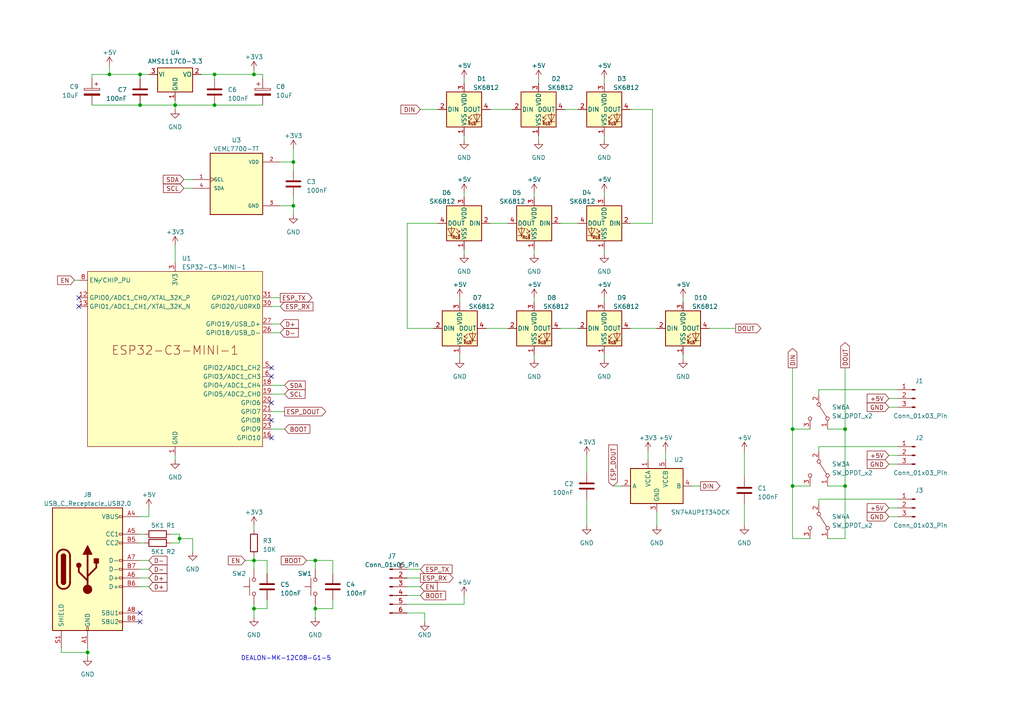
<source format=kicad_sch>
(kicad_sch (version 20230121) (generator eeschema)
  (paper "A4")
  (lib_symbols
    (symbol "Connector:Conn_01x03_Pin" (pin_names (offset 1.016) hide)
      (property "Reference" "J" (at 0 5.08 0))
      (property "Value" "Conn_01x03_Pin" (at 0 -5.08 0))
      (symbol "Conn_01x03_Pin_1_1"
        (polyline (pts (xy 1.27 -2.54) (xy 0.8636 -2.54)) (stroke (width 0.1524)))
        (polyline (pts (xy 1.27 0) (xy 0.8636 0)) (stroke (width 0.1524)))
        (polyline (pts (xy 1.27 2.54) (xy 0.8636 2.54)) (stroke (width 0.1524)))
        (rectangle (start 0.8636 -2.413) (end 0 -2.667) (stroke (width 0.1524)) (fill (type outline)))
        (rectangle (start 0.8636 0.127) (end 0 -0.127) (stroke (width 0.1524)) (fill (type outline)))
        (rectangle (start 0.8636 2.667) (end 0 2.413) (stroke (width 0.1524)) (fill (type outline)))
        (pin passive line (at 5.08 2.54 180) (length 3.81) (name "Pin_1") (number "1"))
        (pin passive line (at 5.08 0 180) (length 3.81) (name "Pin_2") (number "2"))
        (pin passive line (at 5.08 -2.54 180) (length 3.81) (name "Pin_3") (number "3"))
      )
    )
    (symbol "Connector:Conn_01x06_Pin" (pin_names (offset 1.016) hide)
      (property "Reference" "J" (at 0 7.62 0))
      (property "Value" "Conn_01x06_Pin" (at 0 -10.16 0))
      (symbol "Conn_01x06_Pin_1_1"
        (polyline (pts (xy 1.27 -7.62) (xy 0.8636 -7.62)) (stroke (width 0.1524)))
        (polyline (pts (xy 1.27 -5.08) (xy 0.8636 -5.08)) (stroke (width 0.1524)))
        (polyline (pts (xy 1.27 -2.54) (xy 0.8636 -2.54)) (stroke (width 0.1524)))
        (polyline (pts (xy 1.27 0) (xy 0.8636 0)) (stroke (width 0.1524)))
        (polyline (pts (xy 1.27 2.54) (xy 0.8636 2.54)) (stroke (width 0.1524)))
        (polyline (pts (xy 1.27 5.08) (xy 0.8636 5.08)) (stroke (width 0.1524)))
        (rectangle (start 0.8636 -7.493) (end 0 -7.747) (stroke (width 0.1524)) (fill (type outline)))
        (rectangle (start 0.8636 -4.953) (end 0 -5.207) (stroke (width 0.1524)) (fill (type outline)))
        (rectangle (start 0.8636 -2.413) (end 0 -2.667) (stroke (width 0.1524)) (fill (type outline)))
        (rectangle (start 0.8636 0.127) (end 0 -0.127) (stroke (width 0.1524)) (fill (type outline)))
        (rectangle (start 0.8636 2.667) (end 0 2.413) (stroke (width 0.1524)) (fill (type outline)))
        (rectangle (start 0.8636 5.207) (end 0 4.953) (stroke (width 0.1524)) (fill (type outline)))
        (pin passive line (at 5.08 5.08 180) (length 3.81) (name "Pin_1") (number "1"))
        (pin passive line (at 5.08 2.54 180) (length 3.81) (name "Pin_2") (number "2"))
        (pin passive line (at 5.08 0 180) (length 3.81) (name "Pin_3") (number "3"))
        (pin passive line (at 5.08 -2.54 180) (length 3.81) (name "Pin_4") (number "4"))
        (pin passive line (at 5.08 -5.08 180) (length 3.81) (name "Pin_5") (number "5"))
        (pin passive line (at 5.08 -7.62 180) (length 3.81) (name "Pin_6") (number "6"))
      )
    )
    (symbol "Connector:USB_C_Receptacle_USB2.0" (pin_names (offset 1.016))
      (property "Reference" "J" (at -10.16 19.05 0))
      (property "Value" "USB_C_Receptacle_USB2.0" (at 19.05 19.05 0))
      (symbol "USB_C_Receptacle_USB2.0_0_0"
        (rectangle (start -0.254 -17.78) (end 0.254 -16.764))
        (rectangle (start 10.16 -14.986) (end 9.144 -15.494))
        (rectangle (start 10.16 -12.446) (end 9.144 -12.954))
        (rectangle (start 10.16 -4.826) (end 9.144 -5.334))
        (rectangle (start 10.16 -2.286) (end 9.144 -2.794))
        (rectangle (start 10.16 0.254) (end 9.144 -0.254))
        (rectangle (start 10.16 2.794) (end 9.144 2.286))
        (rectangle (start 10.16 7.874) (end 9.144 7.366))
        (rectangle (start 10.16 10.414) (end 9.144 9.906))
        (rectangle (start 10.16 15.494) (end 9.144 14.986))
      )
      (symbol "USB_C_Receptacle_USB2.0_0_1"
        (rectangle (start -10.16 17.78) (end 10.16 -17.78) (stroke (width 0.254)) (fill (type background)))
        (arc (start -8.89 -3.81) (mid -6.985 -5.7067) (end -5.08 -3.81) (stroke (width 0.508)))
        (arc (start -7.62 -3.81) (mid -6.985 -4.4423) (end -6.35 -3.81) (stroke (width 0.254)))
        (arc (start -7.62 -3.81) (mid -6.985 -4.4423) (end -6.35 -3.81) (stroke (width 0.254)) (fill (type outline)))
        (rectangle (start -7.62 -3.81) (end -6.35 3.81) (stroke (width 0.254)) (fill (type outline)))
        (arc (start -6.35 3.81) (mid -6.985 4.4423) (end -7.62 3.81) (stroke (width 0.254)))
        (arc (start -6.35 3.81) (mid -6.985 4.4423) (end -7.62 3.81) (stroke (width 0.254)) (fill (type outline)))
        (arc (start -5.08 3.81) (mid -6.985 5.7067) (end -8.89 3.81) (stroke (width 0.508)))
        (circle (center -2.54 1.143) (radius 0.635) (stroke (width 0.254)) (fill (type outline)))
        (circle (center 0 -5.842) (radius 1.27) (fill (type outline)))
        (polyline (pts (xy -8.89 -3.81) (xy -8.89 3.81)) (stroke (width 0.508)))
        (polyline (pts (xy -5.08 3.81) (xy -5.08 -3.81)) (stroke (width 0.508)))
        (polyline (pts (xy 0 -5.842) (xy 0 4.318)) (stroke (width 0.508)))
        (polyline (pts (xy 0 -3.302) (xy -2.54 -0.762) (xy -2.54 0.508)) (stroke (width 0.508)))
        (polyline (pts (xy 0 -2.032) (xy 2.54 0.508) (xy 2.54 1.778)) (stroke (width 0.508)))
        (polyline (pts (xy -1.27 4.318) (xy 0 6.858) (xy 1.27 4.318) (xy -1.27 4.318)) (stroke (width 0.254)) (fill (type outline)))
        (rectangle (start 1.905 1.778) (end 3.175 3.048) (stroke (width 0.254)) (fill (type outline)))
      )
      (symbol "USB_C_Receptacle_USB2.0_1_1"
        (pin passive line (at 0 -22.86 90) (length 5.08) (name "GND") (number "A1"))
        (pin passive line (at 0 -22.86 90) (length 5.08) hide (name "GND") (number "A12"))
        (pin passive line (at 15.24 15.24 180) (length 5.08) (name "VBUS") (number "A4"))
        (pin bidirectional line (at 15.24 10.16 180) (length 5.08) (name "CC1") (number "A5"))
        (pin bidirectional line (at 15.24 -2.54 180) (length 5.08) (name "D+") (number "A6"))
        (pin bidirectional line (at 15.24 2.54 180) (length 5.08) (name "D-") (number "A7"))
        (pin bidirectional line (at 15.24 -12.7 180) (length 5.08) (name "SBU1") (number "A8"))
        (pin passive line (at 15.24 15.24 180) (length 5.08) hide (name "VBUS") (number "A9"))
        (pin passive line (at 0 -22.86 90) (length 5.08) hide (name "GND") (number "B1"))
        (pin passive line (at 0 -22.86 90) (length 5.08) hide (name "GND") (number "B12"))
        (pin passive line (at 15.24 15.24 180) (length 5.08) hide (name "VBUS") (number "B4"))
        (pin bidirectional line (at 15.24 7.62 180) (length 5.08) (name "CC2") (number "B5"))
        (pin bidirectional line (at 15.24 -5.08 180) (length 5.08) (name "D+") (number "B6"))
        (pin bidirectional line (at 15.24 0 180) (length 5.08) (name "D-") (number "B7"))
        (pin bidirectional line (at 15.24 -15.24 180) (length 5.08) (name "SBU2") (number "B8"))
        (pin passive line (at 15.24 15.24 180) (length 5.08) hide (name "VBUS") (number "B9"))
        (pin passive line (at -7.62 -22.86 90) (length 5.08) (name "SHIELD") (number "S1"))
      )
    )
    (symbol "Device:C" (pin_numbers hide) (pin_names (offset 0.254))
      (property "Reference" "C" (at 0.635 2.54 0))
      (property "Value" "C" (at 0.635 -2.54 0))
      (symbol "C_0_1"
        (polyline (pts (xy -2.032 -0.762) (xy 2.032 -0.762)) (stroke (width 0.508)))
        (polyline (pts (xy -2.032 0.762) (xy 2.032 0.762)) (stroke (width 0.508)))
      )
      (symbol "C_1_1"
        (pin passive line (at 0 3.81 270) (length 2.794) (name "~") (number "1"))
        (pin passive line (at 0 -3.81 90) (length 2.794) (name "~") (number "2"))
      )
    )
    (symbol "Device:C_Polarized" (pin_numbers hide) (pin_names (offset 0.254))
      (property "Reference" "C" (at 0.635 2.54 0))
      (property "Value" "C_Polarized" (at 0.635 -2.54 0))
      (symbol "C_Polarized_0_1"
        (rectangle (start -2.286 0.508) (end 2.286 1.016))
        (polyline (pts (xy -1.778 2.286) (xy -0.762 2.286)))
        (polyline (pts (xy -1.27 2.794) (xy -1.27 1.778)))
        (rectangle (start 2.286 -0.508) (end -2.286 -1.016) (fill (type outline)))
      )
      (symbol "C_Polarized_1_1"
        (pin passive line (at 0 3.81 270) (length 2.794) (name "~") (number "1"))
        (pin passive line (at 0 -3.81 90) (length 2.794) (name "~") (number "2"))
      )
    )
    (symbol "Device:R" (pin_numbers hide) (pin_names (offset 0))
      (property "Reference" "R" (at 2.032 0 90))
      (property "Value" "R" (at 0 0 90))
      (symbol "R_0_1"
        (rectangle (start -1.016 -2.54) (end 1.016 2.54) (stroke (width 0.254)))
      )
      (symbol "R_1_1"
        (pin passive line (at 0 3.81 270) (length 1.27) (name "~") (number "1"))
        (pin passive line (at 0 -3.81 90) (length 1.27) (name "~") (number "2"))
      )
    )
    (symbol "Espressif:ESP32-C3-MINI-1"
      (property "Reference" "U" (at -25.4 30.48 0))
      (property "Value" "ESP32-C3-MINI-1" (at -25.4 27.94 0))
      (symbol "ESP32-C3-MINI-1_0_0"
        (text "ESP32-C3-MINI-1" (at 0 2.54 0) (effects (font (size 2.54 2.54))))
      )
      (symbol "ESP32-C3-MINI-1_0_1"
        (rectangle (start -25.4 25.4) (end 25.4 -25.4) (fill (type background)))
      )
      (symbol "ESP32-C3-MINI-1_1_1"
        (pin power_in line (at 0 -27.94 90) (length 2.54) (name "GND") (number "1"))
        (pin no_connect line (at -25.4 2.54 0) (length 2.54) hide (name "NC") (number "10"))
        (pin passive line (at 0 -27.94 90) (length 2.54) hide (name "GND") (number "11"))
        (pin bidirectional line (at -27.94 17.78 0) (length 2.54) (name "GPIO0/ADC1_CH0/XTAL_32K_P") (number "12"))
        (pin bidirectional line (at -27.94 15.24 0) (length 2.54) (name "GPIO1/ADC1_CH1/XTAL_32K_N") (number "13"))
        (pin passive line (at 0 -27.94 90) (length 2.54) hide (name "GND") (number "14"))
        (pin no_connect line (at -25.4 0 0) (length 2.54) hide (name "NC") (number "15"))
        (pin bidirectional line (at 27.94 -22.86 180) (length 2.54) (name "GPIO10") (number "16"))
        (pin no_connect line (at -25.4 -2.54 0) (length 2.54) hide (name "NC") (number "17"))
        (pin bidirectional line (at 27.94 -7.62 180) (length 2.54) (name "GPIO4/ADC1_CH4") (number "18"))
        (pin bidirectional line (at 27.94 -10.16 180) (length 2.54) (name "GPIO5/ADC2_CH0") (number "19"))
        (pin passive line (at 0 -27.94 90) (length 2.54) hide (name "GND") (number "2"))
        (pin bidirectional line (at 27.94 -12.7 180) (length 2.54) (name "GPIO6") (number "20"))
        (pin bidirectional line (at 27.94 -15.24 180) (length 2.54) (name "GPIO7") (number "21"))
        (pin bidirectional line (at 27.94 -17.78 180) (length 2.54) (name "GPIO8") (number "22"))
        (pin bidirectional line (at 27.94 -20.32 180) (length 2.54) (name "GPIO9") (number "23"))
        (pin no_connect line (at -25.4 -5.08 0) (length 2.54) hide (name "NC") (number "24"))
        (pin no_connect line (at -25.4 -7.62 0) (length 2.54) hide (name "NC") (number "25"))
        (pin bidirectional line (at 27.94 7.62 180) (length 2.54) (name "GPIO18/USB_D-") (number "26"))
        (pin bidirectional line (at 27.94 10.16 180) (length 2.54) (name "GPIO19/USB_D+") (number "27"))
        (pin no_connect line (at -25.4 -10.16 0) (length 2.54) hide (name "NC") (number "28"))
        (pin no_connect line (at -25.4 -12.7 0) (length 2.54) hide (name "NC") (number "29"))
        (pin power_in line (at 0 27.94 270) (length 2.54) (name "3V3") (number "3"))
        (pin bidirectional line (at 27.94 15.24 180) (length 2.54) (name "GPIO20/U0RXD") (number "30"))
        (pin bidirectional line (at 27.94 17.78 180) (length 2.54) (name "GPIO21/U0TXD") (number "31"))
        (pin no_connect line (at -25.4 -15.24 0) (length 2.54) hide (name "NC") (number "32"))
        (pin no_connect line (at -25.4 -17.78 0) (length 2.54) hide (name "NC") (number "33"))
        (pin no_connect line (at -25.4 -20.32 0) (length 2.54) hide (name "NC") (number "34"))
        (pin no_connect line (at -25.4 -22.86 0) (length 2.54) hide (name "NC") (number "35"))
        (pin passive line (at 0 -27.94 90) (length 2.54) hide (name "GND") (number "36"))
        (pin passive line (at 0 -27.94 90) (length 2.54) hide (name "GND") (number "37"))
        (pin passive line (at 0 -27.94 90) (length 2.54) hide (name "GND") (number "38"))
        (pin passive line (at 0 -27.94 90) (length 2.54) hide (name "GND") (number "39"))
        (pin no_connect line (at -25.4 10.16 0) (length 2.54) hide (name "NC") (number "4"))
        (pin passive line (at 0 -27.94 90) (length 2.54) hide (name "GND") (number "40"))
        (pin passive line (at 0 -27.94 90) (length 2.54) hide (name "GND") (number "41"))
        (pin passive line (at 0 -27.94 90) (length 2.54) hide (name "GND") (number "42"))
        (pin passive line (at 0 -27.94 90) (length 2.54) hide (name "GND") (number "43"))
        (pin passive line (at 0 -27.94 90) (length 2.54) hide (name "GND") (number "44"))
        (pin passive line (at 0 -27.94 90) (length 2.54) hide (name "GND") (number "45"))
        (pin passive line (at 0 -27.94 90) (length 2.54) hide (name "GND") (number "46"))
        (pin passive line (at 0 -27.94 90) (length 2.54) hide (name "GND") (number "47"))
        (pin passive line (at 0 -27.94 90) (length 2.54) hide (name "GND") (number "48"))
        (pin passive line (at 0 -27.94 90) (length 2.54) hide (name "GND") (number "49"))
        (pin bidirectional line (at 27.94 -2.54 180) (length 2.54) (name "GPIO2/ADC1_CH2") (number "5"))
        (pin passive line (at 0 -27.94 90) (length 2.54) hide (name "GND") (number "50"))
        (pin passive line (at 0 -27.94 90) (length 2.54) hide (name "GND") (number "51"))
        (pin passive line (at 0 -27.94 90) (length 2.54) hide (name "GND") (number "52"))
        (pin passive line (at 0 -27.94 90) (length 2.54) hide (name "GND") (number "53"))
        (pin bidirectional line (at 27.94 -5.08 180) (length 2.54) (name "GPIO3/ADC1_CH3") (number "6"))
        (pin no_connect line (at -25.4 7.62 0) (length 2.54) hide (name "NC") (number "7"))
        (pin input line (at -27.94 22.86 0) (length 2.54) (name "EN/CHIP_PU") (number "8"))
        (pin no_connect line (at -25.4 5.08 0) (length 2.54) hide (name "NC") (number "9"))
      )
    )
    (symbol "LED:SK6812" (pin_names (offset 0.254))
      (property "Reference" "D" (at 5.08 5.715 0))
      (property "Value" "SK6812" (at 1.27 -5.715 0))
      (symbol "SK6812_0_0"
        (text "RGB" (at 2.286 -4.191 0) (effects (font (size 0.762 0.762))))
      )
      (symbol "SK6812_0_1"
        (polyline (pts (xy 1.27 -3.556) (xy 1.778 -3.556)))
        (polyline (pts (xy 1.27 -2.54) (xy 1.778 -2.54)))
        (polyline (pts (xy 4.699 -3.556) (xy 2.667 -3.556)))
        (polyline (pts (xy 2.286 -2.54) (xy 1.27 -3.556) (xy 1.27 -3.048)))
        (polyline (pts (xy 2.286 -1.524) (xy 1.27 -2.54) (xy 1.27 -2.032)))
        (polyline (pts (xy 3.683 -1.016) (xy 3.683 -3.556) (xy 3.683 -4.064)))
        (polyline (pts (xy 4.699 -1.524) (xy 2.667 -1.524) (xy 3.683 -3.556) (xy 4.699 -1.524)))
        (rectangle (start 5.08 5.08) (end -5.08 -5.08) (stroke (width 0.254)) (fill (type background)))
      )
      (symbol "SK6812_1_1"
        (pin power_in line (at 0 -7.62 90) (length 2.54) (name "VSS") (number "1"))
        (pin input line (at -7.62 0 0) (length 2.54) (name "DIN") (number "2"))
        (pin power_in line (at 0 7.62 270) (length 2.54) (name "VDD") (number "3"))
        (pin output line (at 7.62 0 180) (length 2.54) (name "DOUT") (number "4"))
      )
    )
    (symbol "Logic_LevelTranslator:SN74AUP1T34DCK"
      (property "Reference" "U" (at -6.35 6.35 0))
      (property "Value" "SN74AUP1T34DCK" (at 11.43 6.35 0))
      (symbol "SN74AUP1T34DCK_0_1"
        (rectangle (start -7.62 -5.08) (end 7.62 5.08) (stroke (width 0.254)) (fill (type background)))
        (pin power_in line (at -2.54 7.62 270) (length 2.54) (name "VCCA") (number "1"))
        (pin input line (at -10.16 0 0) (length 2.54) (name "A") (number "2"))
        (pin power_in line (at 0 -7.62 90) (length 2.54) (name "GND") (number "3"))
        (pin output line (at 10.16 0 180) (length 2.54) (name "B") (number "4"))
        (pin power_in line (at 2.54 7.62 270) (length 2.54) (name "VCCB") (number "5"))
      )
    )
    (symbol "Regulator_Linear:AMS1117CD-3.3" (pin_names (offset 0.254))
      (property "Reference" "U" (at -3.81 3.175 0))
      (property "Value" "AMS1117CD-3.3" (at 0 3.175 0))
      (symbol "AMS1117CD-3.3_0_1"
        (rectangle (start -5.08 -5.08) (end 5.08 1.905) (stroke (width 0.254)) (fill (type background)))
      )
      (symbol "AMS1117CD-3.3_1_1"
        (pin power_in line (at 0 -7.62 90) (length 2.54) (name "GND") (number "1"))
        (pin power_out line (at 7.62 0 180) (length 2.54) (name "VO") (number "2"))
        (pin power_in line (at -7.62 0 0) (length 2.54) (name "VI") (number "3"))
      )
    )
    (symbol "Switch:SW_DPDT_x2" (pin_names (offset 0) hide)
      (property "Reference" "SW" (at 0 4.318 0))
      (property "Value" "SW_DPDT_x2" (at 0 -5.08 0))
      (symbol "SW_DPDT_x2_0_0"
        (circle (center -2.032 0) (radius 0.508))
        (circle (center 2.032 -2.54) (radius 0.508))
      )
      (symbol "SW_DPDT_x2_0_1"
        (polyline (pts (xy -1.524 0.254) (xy 1.651 2.286)))
        (circle (center 2.032 2.54) (radius 0.508))
      )
      (symbol "SW_DPDT_x2_1_1"
        (pin passive line (at 5.08 2.54 180) (length 2.54) (name "A") (number "1"))
        (pin passive line (at -5.08 0 0) (length 2.54) (name "B") (number "2"))
        (pin passive line (at 5.08 -2.54 180) (length 2.54) (name "C") (number "3"))
      )
      (symbol "SW_DPDT_x2_2_1"
        (pin passive line (at 5.08 2.54 180) (length 2.54) (name "A") (number "4"))
        (pin passive line (at -5.08 0 0) (length 2.54) (name "B") (number "5"))
        (pin passive line (at 5.08 -2.54 180) (length 2.54) (name "C") (number "6"))
      )
    )
    (symbol "Switch:SW_Push" (pin_numbers hide) (pin_names (offset 1.016) hide)
      (property "Reference" "SW" (at 1.27 2.54 0))
      (property "Value" "SW_Push" (at 0 -1.524 0))
      (symbol "SW_Push_0_1"
        (circle (center -2.032 0) (radius 0.508))
        (polyline (pts (xy 0 1.27) (xy 0 3.048)))
        (polyline (pts (xy 2.54 1.27) (xy -2.54 1.27)))
        (circle (center 2.032 0) (radius 0.508))
        (pin passive line (at -5.08 0 0) (length 2.54) (name "1") (number "1"))
        (pin passive line (at 5.08 0 180) (length 2.54) (name "2") (number "2"))
      )
    )
    (symbol "VEML:VEML7700-TT" (pin_names (offset 1.016))
      (property "Reference" "U" (at -7.62 10.795 0))
      (property "Value" "VEML7700-TT" (at -7.62 -10.16 0))
      (symbol "VEML7700-TT_0_0"
        (rectangle (start -7.62 -7.62) (end 7.62 10.16) (stroke (width 0.254)) (fill (type background)))
        (pin input clock (at -12.7 2.54 0) (length 5.08) (name "SCL") (number "1"))
        (pin power_in line (at 12.7 7.62 180) (length 5.08) (name "VDD") (number "2"))
        (pin power_in line (at 12.7 -5.08 180) (length 5.08) (name "GND") (number "3"))
        (pin bidirectional line (at -12.7 0 0) (length 5.08) (name "SDA") (number "4"))
      )
    )
    (symbol "power:+3V3" (power) (pin_names (offset 0))
      (property "Value" "+3V3" (at 0 3.556 0))
      (symbol "+3V3_0_1"
        (polyline (pts (xy -0.762 1.27) (xy 0 2.54)))
        (polyline (pts (xy 0 0) (xy 0 2.54)))
        (polyline (pts (xy 0 2.54) (xy 0.762 1.27)))
      )
      (symbol "+3V3_1_1"
        (pin power_in line (at 0 0 90) (length 0) hide (name "+3V3") (number "1"))
      )
    )
    (symbol "power:+5V" (power) (pin_names (offset 0))
      (property "Value" "+5V" (at 0 3.556 0))
      (symbol "+5V_0_1"
        (polyline (pts (xy -0.762 1.27) (xy 0 2.54)))
        (polyline (pts (xy 0 0) (xy 0 2.54)))
        (polyline (pts (xy 0 2.54) (xy 0.762 1.27)))
      )
      (symbol "+5V_1_1"
        (pin power_in line (at 0 0 90) (length 0) hide (name "+5V") (number "1"))
      )
    )
    (symbol "power:GND" (power) (pin_names (offset 0))
      (property "Value" "GND" (at 0 -3.81 0))
      (symbol "GND_0_1"
        (polyline (pts (xy 0 0) (xy 0 -1.27) (xy 1.27 -1.27) (xy 0 -2.54) (xy -1.27 -1.27) (xy 0 -1.27)))
      )
      (symbol "GND_1_1"
        (pin power_in line (at 0 0 270) (length 0) hide (name "GND") (number "1"))
      )
    )
  )
  (junction (at 85.09 46.99))
  (junction (at 245.11 124.46))
  (junction (at 91.44 162.56))
  (junction (at 50.8 30.48))
  (junction (at 62.23 21.59))
  (junction (at 73.66 176.53))
  (junction (at 245.11 140.97))
  (junction (at 52.07 156.21))
  (junction (at 73.66 162.56))
  (junction (at 40.64 21.59))
  (junction (at 40.64 30.48))
  (junction (at 229.87 124.46))
  (junction (at 85.09 59.69))
  (junction (at 91.44 176.53))
  (junction (at 62.23 30.48))
  (junction (at 25.4 189.23))
  (junction (at 31.75 21.59))
  (junction (at 229.87 140.97))
  (junction (at 73.66 21.59))
  (no_connect (at 78.74 121.92))
  (no_connect (at 78.74 109.22))
  (no_connect (at 40.64 180.34))
  (no_connect (at 78.74 127))
  (no_connect (at 78.74 106.68))
  (no_connect (at 22.86 88.9))
  (no_connect (at 22.86 86.36))
  (no_connect (at 78.74 116.84))
  (no_connect (at 40.64 177.8))
  (wire (pts (xy 229.87 106.68) (xy 229.87 124.46)))
  (wire (pts (xy 53.34 54.61) (xy 55.88 54.61)))
  (wire (pts (xy 175.26 102.87) (xy 175.26 104.14)))
  (wire (pts (xy 62.23 21.59) (xy 73.66 21.59)))
  (wire (pts (xy 187.96 130.81) (xy 187.96 133.35)))
  (wire (pts (xy 91.44 162.56) (xy 91.44 165.1)))
  (wire (pts (xy 189.23 31.75) (xy 189.23 64.77)))
  (wire (pts (xy 118.11 175.26) (xy 134.62 175.26)))
  (wire (pts (xy 170.18 132.08) (xy 170.18 137.16)))
  (wire (pts (xy 96.52 162.56) (xy 91.44 162.56)))
  (wire (pts (xy 40.64 154.94) (xy 41.91 154.94)))
  (wire (pts (xy 257.81 149.86) (xy 260.35 149.86)))
  (wire (pts (xy 78.74 114.3) (xy 82.55 114.3)))
  (wire (pts (xy 156.21 39.37) (xy 156.21 40.64)))
  (wire (pts (xy 257.81 134.62) (xy 260.35 134.62)))
  (wire (pts (xy 156.21 22.86) (xy 156.21 24.13)))
  (wire (pts (xy 17.78 187.96) (xy 17.78 189.23)))
  (wire (pts (xy 118.11 165.1) (xy 121.92 165.1)))
  (wire (pts (xy 73.66 162.56) (xy 73.66 165.1)))
  (wire (pts (xy 237.49 129.54) (xy 260.35 129.54)))
  (wire (pts (xy 257.81 115.57) (xy 260.35 115.57)))
  (wire (pts (xy 245.11 106.68) (xy 245.11 124.46)))
  (wire (pts (xy 40.64 30.48) (xy 50.8 30.48)))
  (wire (pts (xy 40.64 21.59) (xy 43.18 21.59)))
  (wire (pts (xy 118.11 172.72) (xy 121.92 172.72)))
  (wire (pts (xy 142.24 64.77) (xy 147.32 64.77)))
  (wire (pts (xy 85.09 43.18) (xy 85.09 46.99)))
  (wire (pts (xy 175.26 86.36) (xy 175.26 87.63)))
  (wire (pts (xy 229.87 124.46) (xy 229.87 140.97)))
  (wire (pts (xy 245.11 140.97) (xy 245.11 156.21)))
  (wire (pts (xy 26.67 21.59) (xy 26.67 22.86)))
  (wire (pts (xy 154.94 102.87) (xy 154.94 104.14)))
  (wire (pts (xy 245.11 124.46) (xy 245.11 140.97)))
  (wire (pts (xy 26.67 30.48) (xy 40.64 30.48)))
  (wire (pts (xy 134.62 172.72) (xy 134.62 175.26)))
  (wire (pts (xy 62.23 21.59) (xy 62.23 22.86)))
  (wire (pts (xy 162.56 64.77) (xy 167.64 64.77)))
  (wire (pts (xy 127 64.77) (xy 118.11 64.77)))
  (wire (pts (xy 175.26 55.88) (xy 175.26 57.15)))
  (wire (pts (xy 133.35 102.87) (xy 133.35 104.14)))
  (wire (pts (xy 134.62 72.39) (xy 134.62 73.66)))
  (wire (pts (xy 85.09 46.99) (xy 81.28 46.99)))
  (wire (pts (xy 50.8 29.21) (xy 50.8 30.48)))
  (wire (pts (xy 237.49 113.03) (xy 260.35 113.03)))
  (wire (pts (xy 193.04 130.81) (xy 193.04 133.35)))
  (wire (pts (xy 134.62 39.37) (xy 134.62 40.64)))
  (wire (pts (xy 55.88 160.02) (xy 55.88 156.21)))
  (wire (pts (xy 76.2 21.59) (xy 76.2 22.86)))
  (wire (pts (xy 96.52 166.37) (xy 96.52 162.56)))
  (wire (pts (xy 31.75 21.59) (xy 26.67 21.59)))
  (wire (pts (xy 43.18 147.32) (xy 43.18 149.86)))
  (wire (pts (xy 78.74 88.9) (xy 81.28 88.9)))
  (wire (pts (xy 240.03 156.21) (xy 245.11 156.21)))
  (wire (pts (xy 96.52 173.99) (xy 96.52 176.53)))
  (wire (pts (xy 58.42 21.59) (xy 62.23 21.59)))
  (wire (pts (xy 85.09 57.15) (xy 85.09 59.69)))
  (wire (pts (xy 27.94 81.28) (xy 29.21 81.28)))
  (wire (pts (xy 142.24 31.75) (xy 148.59 31.75)))
  (wire (pts (xy 121.92 31.75) (xy 127 31.75)))
  (wire (pts (xy 85.09 46.99) (xy 85.09 49.53)))
  (wire (pts (xy 133.35 86.36) (xy 133.35 87.63)))
  (wire (pts (xy 234.95 156.21) (xy 229.87 156.21)))
  (wire (pts (xy 43.18 149.86) (xy 40.64 149.86)))
  (wire (pts (xy 31.75 19.05) (xy 31.75 21.59)))
  (wire (pts (xy 215.9 130.81) (xy 215.9 138.43)))
  (wire (pts (xy 77.47 166.37) (xy 77.47 162.56)))
  (wire (pts (xy 229.87 140.97) (xy 234.95 140.97)))
  (wire (pts (xy 49.53 157.48) (xy 52.07 157.48)))
  (wire (pts (xy 134.62 55.88) (xy 134.62 57.15)))
  (wire (pts (xy 52.07 154.94) (xy 52.07 156.21)))
  (wire (pts (xy 182.88 95.25) (xy 190.5 95.25)))
  (wire (pts (xy 154.94 55.88) (xy 154.94 57.15)))
  (wire (pts (xy 118.11 95.25) (xy 125.73 95.25)))
  (wire (pts (xy 240.03 140.97) (xy 245.11 140.97)))
  (wire (pts (xy 118.11 177.8) (xy 123.19 177.8)))
  (wire (pts (xy 77.47 173.99) (xy 77.47 176.53)))
  (wire (pts (xy 78.74 111.76) (xy 82.55 111.76)))
  (wire (pts (xy 73.66 152.4) (xy 73.66 153.67)))
  (wire (pts (xy 52.07 156.21) (xy 55.88 156.21)))
  (wire (pts (xy 237.49 130.81) (xy 237.49 129.54)))
  (wire (pts (xy 229.87 124.46) (xy 234.95 124.46)))
  (wire (pts (xy 73.66 20.32) (xy 73.66 21.59)))
  (wire (pts (xy 40.64 165.1) (xy 43.18 165.1)))
  (wire (pts (xy 162.56 95.25) (xy 167.64 95.25)))
  (wire (pts (xy 77.47 176.53) (xy 73.66 176.53)))
  (wire (pts (xy 25.4 189.23) (xy 25.4 190.5)))
  (wire (pts (xy 190.5 148.59) (xy 190.5 152.4)))
  (wire (pts (xy 229.87 140.97) (xy 229.87 156.21)))
  (wire (pts (xy 205.74 95.25) (xy 213.36 95.25)))
  (wire (pts (xy 50.8 71.12) (xy 50.8 76.2)))
  (wire (pts (xy 78.74 86.36) (xy 81.28 86.36)))
  (wire (pts (xy 73.66 161.29) (xy 73.66 162.56)))
  (wire (pts (xy 73.66 176.53) (xy 73.66 179.07)))
  (wire (pts (xy 40.64 162.56) (xy 43.18 162.56)))
  (wire (pts (xy 78.74 93.98) (xy 81.28 93.98)))
  (wire (pts (xy 71.12 162.56) (xy 73.66 162.56)))
  (wire (pts (xy 175.26 72.39) (xy 175.26 73.66)))
  (wire (pts (xy 40.64 167.64) (xy 43.18 167.64)))
  (wire (pts (xy 91.44 176.53) (xy 91.44 179.07)))
  (wire (pts (xy 257.81 132.08) (xy 260.35 132.08)))
  (wire (pts (xy 240.03 124.46) (xy 245.11 124.46)))
  (wire (pts (xy 31.75 21.59) (xy 40.64 21.59)))
  (wire (pts (xy 50.8 30.48) (xy 50.8 31.75)))
  (wire (pts (xy 257.81 118.11) (xy 260.35 118.11)))
  (wire (pts (xy 163.83 31.75) (xy 167.64 31.75)))
  (wire (pts (xy 91.44 175.26) (xy 91.44 176.53)))
  (wire (pts (xy 49.53 154.94) (xy 52.07 154.94)))
  (wire (pts (xy 237.49 146.05) (xy 237.49 144.78)))
  (wire (pts (xy 25.4 187.96) (xy 25.4 189.23)))
  (wire (pts (xy 53.34 52.07) (xy 55.88 52.07)))
  (wire (pts (xy 52.07 156.21) (xy 52.07 157.48)))
  (wire (pts (xy 189.23 64.77) (xy 182.88 64.77)))
  (wire (pts (xy 78.74 119.38) (xy 82.55 119.38)))
  (wire (pts (xy 40.64 157.48) (xy 41.91 157.48)))
  (wire (pts (xy 73.66 175.26) (xy 73.66 176.53)))
  (wire (pts (xy 237.49 144.78) (xy 260.35 144.78)))
  (wire (pts (xy 177.8 140.97) (xy 180.34 140.97)))
  (wire (pts (xy 40.64 170.18) (xy 43.18 170.18)))
  (wire (pts (xy 50.8 132.08) (xy 50.8 133.35)))
  (wire (pts (xy 118.11 167.64) (xy 121.92 167.64)))
  (wire (pts (xy 200.66 140.97) (xy 203.2 140.97)))
  (wire (pts (xy 88.9 162.56) (xy 91.44 162.56)))
  (wire (pts (xy 198.12 102.87) (xy 198.12 104.14)))
  (wire (pts (xy 118.11 170.18) (xy 121.92 170.18)))
  (wire (pts (xy 175.26 22.86) (xy 175.26 24.13)))
  (wire (pts (xy 215.9 146.05) (xy 215.9 152.4)))
  (wire (pts (xy 78.74 124.46) (xy 82.55 124.46)))
  (wire (pts (xy 21.59 81.28) (xy 22.86 81.28)))
  (wire (pts (xy 154.94 86.36) (xy 154.94 87.63)))
  (wire (pts (xy 175.26 39.37) (xy 175.26 40.64)))
  (wire (pts (xy 62.23 30.48) (xy 76.2 30.48)))
  (wire (pts (xy 85.09 59.69) (xy 85.09 62.23)))
  (wire (pts (xy 73.66 21.59) (xy 76.2 21.59)))
  (wire (pts (xy 77.47 162.56) (xy 73.66 162.56)))
  (wire (pts (xy 40.64 21.59) (xy 40.64 22.86)))
  (wire (pts (xy 118.11 64.77) (xy 118.11 95.25)))
  (wire (pts (xy 140.97 95.25) (xy 147.32 95.25)))
  (wire (pts (xy 50.8 30.48) (xy 62.23 30.48)))
  (wire (pts (xy 257.81 147.32) (xy 260.35 147.32)))
  (wire (pts (xy 237.49 114.3) (xy 237.49 113.03)))
  (wire (pts (xy 78.74 96.52) (xy 81.28 96.52)))
  (wire (pts (xy 170.18 144.78) (xy 170.18 152.4)))
  (wire (pts (xy 123.19 177.8) (xy 123.19 180.34)))
  (wire (pts (xy 91.44 176.53) (xy 96.52 176.53)))
  (wire (pts (xy 134.62 22.86) (xy 134.62 24.13)))
  (wire (pts (xy 81.28 59.69) (xy 85.09 59.69)))
  (wire (pts (xy 182.88 31.75) (xy 189.23 31.75)))
  (wire (pts (xy 154.94 72.39) (xy 154.94 73.66)))
  (wire (pts (xy 17.78 189.23) (xy 25.4 189.23)))
  (wire (pts (xy 198.12 86.36) (xy 198.12 87.63)))
  (text "DEALON-MK-12C08-G1-5\n" (at 69.85 191.77 0) (effects (font (size 1.27 1.27)) (justify left bottom)))
  (global_label "GND" (shape input) (at 257.81 149.86 180) (property "Intersheetrefs" "${INTERSHEET_REFS}" (effects hide)))
  (global_label "D+" (shape input) (at 43.18 167.64 0) (property "Intersheetrefs" "${INTERSHEET_REFS}" (effects hide)))
  (global_label "DIN" (shape output) (at 229.87 106.68 90) (property "Intersheetrefs" "${INTERSHEET_REFS}" (effects hide)))
  (global_label "D+" (shape input) (at 43.18 170.18 0) (property "Intersheetrefs" "${INTERSHEET_REFS}" (effects hide)))
  (global_label "DOUT" (shape output) (at 213.36 95.25 0) (property "Intersheetrefs" "${INTERSHEET_REFS}" (effects hide)))
  (global_label "BOOT" (shape input) (at 88.9 162.56 180) (property "Intersheetrefs" "${INTERSHEET_REFS}" (effects hide)))
  (global_label "BOOT" (shape input) (at 82.55 124.46 0) (property "Intersheetrefs" "${INTERSHEET_REFS}" (effects hide)))
  (global_label "ESP_RX" (shape output) (at 121.92 167.64 0) (property "Intersheetrefs" "${INTERSHEET_REFS}" (effects hide)))
  (global_label "ESP_TX" (shape output) (at 81.28 86.36 0) (property "Intersheetrefs" "${INTERSHEET_REFS}" (effects hide)))
  (global_label "ESP_RX" (shape input) (at 81.28 88.9 0) (property "Intersheetrefs" "${INTERSHEET_REFS}" (effects hide)))
  (global_label "DOUT" (shape output) (at 245.11 106.68 90) (property "Intersheetrefs" "${INTERSHEET_REFS}" (effects hide)))
  (global_label "EN" (shape input) (at 21.59 81.28 180) (property "Intersheetrefs" "${INTERSHEET_REFS}" (effects hide)))
  (global_label "EN" (shape input) (at 121.92 170.18 0) (property "Intersheetrefs" "${INTERSHEET_REFS}" (effects hide)))
  (global_label "+5V" (shape input) (at 257.81 147.32 180) (property "Intersheetrefs" "${INTERSHEET_REFS}" (effects hide)))
  (global_label "D-" (shape input) (at 43.18 162.56 0) (property "Intersheetrefs" "${INTERSHEET_REFS}" (effects hide)))
  (global_label "SCL" (shape input) (at 53.34 54.61 180) (property "Intersheetrefs" "${INTERSHEET_REFS}" (effects hide)))
  (global_label "BOOT" (shape input) (at 121.92 172.72 0) (property "Intersheetrefs" "${INTERSHEET_REFS}" (effects hide)))
  (global_label "SDA" (shape input) (at 82.55 111.76 0) (property "Intersheetrefs" "${INTERSHEET_REFS}" (effects hide)))
  (global_label "GND" (shape input) (at 257.81 134.62 180) (property "Intersheetrefs" "${INTERSHEET_REFS}" (effects hide)))
  (global_label "D-" (shape input) (at 43.18 165.1 0) (property "Intersheetrefs" "${INTERSHEET_REFS}" (effects hide)))
  (global_label "DIN" (shape output) (at 203.2 140.97 0) (property "Intersheetrefs" "${INTERSHEET_REFS}" (effects hide)))
  (global_label "SDA" (shape input) (at 53.34 52.07 180) (property "Intersheetrefs" "${INTERSHEET_REFS}" (effects hide)))
  (global_label "ESP_DOUT" (shape input) (at 177.8 140.97 90) (property "Intersheetrefs" "${INTERSHEET_REFS}" (effects hide)))
  (global_label "+5V" (shape input) (at 257.81 132.08 180) (property "Intersheetrefs" "${INTERSHEET_REFS}" (effects hide)))
  (global_label "ESP_TX" (shape input) (at 121.92 165.1 0) (property "Intersheetrefs" "${INTERSHEET_REFS}" (effects hide)))
  (global_label "D+" (shape input) (at 81.28 93.98 0) (property "Intersheetrefs" "${INTERSHEET_REFS}" (effects hide)))
  (global_label "SCL" (shape input) (at 82.55 114.3 0) (property "Intersheetrefs" "${INTERSHEET_REFS}" (effects hide)))
  (global_label "D-" (shape input) (at 81.28 96.52 0) (property "Intersheetrefs" "${INTERSHEET_REFS}" (effects hide)))
  (global_label "GND" (shape input) (at 257.81 118.11 180) (property "Intersheetrefs" "${INTERSHEET_REFS}" (effects hide)))
  (global_label "EN" (shape input) (at 71.12 162.56 180) (property "Intersheetrefs" "${INTERSHEET_REFS}" (effects hide)))
  (global_label "DIN" (shape input) (at 121.92 31.75 180) (property "Intersheetrefs" "${INTERSHEET_REFS}" (effects hide)))
  (global_label "+5V" (shape input) (at 257.81 115.57 180) (property "Intersheetrefs" "${INTERSHEET_REFS}" (effects hide)))
  (global_label "ESP_DOUT" (shape output) (at 82.55 119.38 0) (property "Intersheetrefs" "${INTERSHEET_REFS}" (effects hide)))
  (symbol (lib_id "LED:SK6812") (at 134.62 64.77 0) (mirror y) (unit 1)
    (property "Reference" "D6" (at 129.54 55.88 0))
    (property "Value" "SK6812" (at 128.27 58.42 0))
    (property "Footprint" "LED_SMD:LED_SK6812_PLCC4_5.0x5.0mm_P3.2mm" (effects hide))
    (property "Datasheet" "https://cdn-shop.adafruit.com/product-files/1138/SK6812+LED+datasheet+.pdf" (effects hide))
  )
  (symbol (lib_id "power:+5V") (at 134.62 55.88 0) (unit 1)
    (property "Reference" "#PWR07" (effects hide))
    (property "Value" "+5V" (at 134.62 52.07 0))
  )
  (symbol (lib_id "Switch:SW_DPDT_x2") (at 237.49 119.38 270) (unit 1)
    (property "Reference" "SW6" (at 241.3 118.11 90) (effects (justify left)))
    (property "Value" "SW_DPDT_x2" (at 241.3 120.65 90) (effects (justify left)))
    (property "Footprint" "Button_Switch_SMD:SW_DPDT_CK_JS202011JCQN" (effects hide))
  )
  (symbol (lib_id "power:+5V") (at 198.12 86.36 0) (unit 1)
    (property "Reference" "#PWR041" (effects hide))
    (property "Value" "+5V" (at 198.12 82.55 0))
  )
  (symbol (lib_id "Device:C") (at 170.18 140.97 0) (mirror y) (unit 1)
    (property "Reference" "C2" (at 166.37 140.335 0) (effects (justify left)))
    (property "Value" "100nF" (at 166.37 142.875 0) (effects (justify left)))
    (property "Footprint" "Capacitor_SMD:C_0201_0603Metric" (effects hide))
  )
  (symbol (lib_id "LED:SK6812") (at 133.35 95.25 0) (unit 1)
    (property "Reference" "D7" (at 138.43 86.36 0))
    (property "Value" "SK6812" (at 139.7 88.9 0))
    (property "Footprint" "LED_SMD:LED_SK6812_PLCC4_5.0x5.0mm_P3.2mm" (effects hide))
    (property "Datasheet" "https://cdn-shop.adafruit.com/product-files/1138/SK6812+LED+datasheet+.pdf" (effects hide))
  )
  (symbol (lib_id "Device:C") (at 85.09 53.34 0) (unit 1)
    (property "Reference" "C3" (at 88.9 52.705 0) (effects (justify left)))
    (property "Value" "100nF" (at 88.9 55.245 0) (effects (justify left)))
    (property "Footprint" "Capacitor_SMD:C_0201_0603Metric" (effects hide))
  )
  (symbol (lib_id "power:+3V3") (at 85.09 43.18 0) (unit 1)
    (property "Reference" "#PWR029" (effects hide))
    (property "Value" "+3V3" (at 85.09 39.37 0))
  )
  (symbol (lib_id "power:GND") (at 175.26 104.14 0) (unit 1)
    (property "Reference" "#PWR040" (effects hide))
    (property "Value" "GND" (at 175.26 109.22 0))
  )
  (symbol (lib_id "power:+5V") (at 156.21 22.86 0) (unit 1)
    (property "Reference" "#PWR03" (effects hide))
    (property "Value" "+5V" (at 156.21 19.05 0))
  )
  (symbol (lib_id "power:GND") (at 50.8 133.35 0) (unit 1)
    (property "Reference" "#PWR013" (effects hide))
    (property "Value" "GND" (at 50.8 138.43 0))
  )
  (symbol (lib_id "Device:R") (at 73.66 157.48 180) (unit 1)
    (property "Reference" "R3" (at 76.2 156.845 0) (effects (justify right)))
    (property "Value" "10K" (at 76.2 159.385 0) (effects (justify right)))
    (property "Footprint" "Resistor_SMD:R_0603_1608Metric" (effects hide))
  )
  (symbol (lib_id "Device:C") (at 77.47 170.18 0) (unit 1)
    (property "Reference" "C5" (at 81.28 169.545 0) (effects (justify left)))
    (property "Value" "100nF" (at 81.28 172.085 0) (effects (justify left)))
    (property "Footprint" "Capacitor_SMD:C_0201_0603Metric" (effects hide))
  )
  (symbol (lib_id "power:GND") (at 154.94 73.66 0) (unit 1)
    (property "Reference" "#PWR010" (effects hide))
    (property "Value" "GND" (at 154.94 78.74 0))
  )
  (symbol (lib_id "Device:C_Polarized") (at 26.67 26.67 0) (mirror y) (unit 1)
    (property "Reference" "C9" (at 22.86 25.146 0) (effects (justify left)))
    (property "Value" "10uF" (at 22.86 27.686 0) (effects (justify left)))
    (property "Footprint" "Capacitor_SMD:C_Elec_3x5.4" (effects hide))
  )
  (symbol (lib_id "power:+5V") (at 175.26 86.36 0) (unit 1)
    (property "Reference" "#PWR039" (effects hide))
    (property "Value" "+5V" (at 175.26 82.55 0))
  )
  (symbol (lib_id "power:GND") (at 156.21 40.64 0) (unit 1)
    (property "Reference" "#PWR04" (effects hide))
    (property "Value" "GND" (at 156.21 45.72 0))
  )
  (symbol (lib_id "LED:SK6812") (at 154.94 64.77 0) (mirror y) (unit 1)
    (property "Reference" "D5" (at 149.86 55.88 0))
    (property "Value" "SK6812" (at 148.59 58.42 0))
    (property "Footprint" "LED_SMD:LED_SK6812_PLCC4_5.0x5.0mm_P3.2mm" (effects hide))
    (property "Datasheet" "https://cdn-shop.adafruit.com/product-files/1138/SK6812+LED+datasheet+.pdf" (effects hide))
  )
  (symbol (lib_id "Device:C") (at 96.52 170.18 0) (unit 1)
    (property "Reference" "C4" (at 100.33 169.545 0) (effects (justify left)))
    (property "Value" "100nF" (at 100.33 172.085 0) (effects (justify left)))
    (property "Footprint" "Capacitor_SMD:C_0201_0603Metric" (effects hide))
  )
  (symbol (lib_id "Connector:Conn_01x03_Pin") (at 265.43 115.57 0) (mirror y) (unit 1)
    (property "Reference" "J1" (at 265.43 110.49 0) (effects (justify right)))
    (property "Value" "Conn_01x03_Pin" (at 259.08 120.65 0) (effects (justify right)))
    (property "Footprint" "Connector_JST:JST_GH_SM03B-GHS-TB_1x03-1MP_P1.25mm_Horizontal" (effects hide))
  )
  (symbol (lib_id "Device:R") (at 45.72 157.48 270) (mirror x) (unit 1)
    (property "Reference" "R2" (at 49.53 160.02 90))
    (property "Value" "5K1" (at 45.72 160.02 90))
    (property "Footprint" "Resistor_SMD:R_0603_1608Metric" (effects hide))
  )
  (symbol (lib_id "LED:SK6812") (at 175.26 95.25 0) (unit 1)
    (property "Reference" "D9" (at 180.34 86.36 0))
    (property "Value" "SK6812" (at 181.61 88.9 0))
    (property "Footprint" "LED_SMD:LED_SK6812_PLCC4_5.0x5.0mm_P3.2mm" (effects hide))
    (property "Datasheet" "https://cdn-shop.adafruit.com/product-files/1138/SK6812+LED+datasheet+.pdf" (effects hide))
  )
  (symbol (lib_id "power:GND") (at 198.12 104.14 0) (unit 1)
    (property "Reference" "#PWR042" (effects hide))
    (property "Value" "GND" (at 198.12 109.22 0))
  )
  (symbol (lib_id "power:GND") (at 50.8 31.75 0) (unit 1)
    (property "Reference" "#PWR036" (effects hide))
    (property "Value" "GND" (at 50.8 36.83 0))
  )
  (symbol (lib_id "power:+3V3") (at 50.8 71.12 0) (unit 1)
    (property "Reference" "#PWR016" (effects hide))
    (property "Value" "+3V3" (at 50.8 67.31 0))
  )
  (symbol (lib_id "power:GND") (at 215.9 152.4 0) (unit 1)
    (property "Reference" "#PWR025" (effects hide))
    (property "Value" "GND" (at 215.9 157.48 0))
  )
  (symbol (lib_id "power:+3V3") (at 73.66 152.4 0) (unit 1)
    (property "Reference" "#PWR033" (effects hide))
    (property "Value" "+3V3" (at 73.66 148.59 0))
  )
  (symbol (lib_id "power:+5V") (at 154.94 55.88 0) (unit 1)
    (property "Reference" "#PWR09" (effects hide))
    (property "Value" "+5V" (at 154.94 52.07 0))
  )
  (symbol (lib_id "Espressif:ESP32-C3-MINI-1") (at 50.8 104.14 0) (unit 1)
    (property "Reference" "U1" (at 52.7559 74.93 0) (effects (justify left)))
    (property "Value" "ESP32-C3-MINI-1" (at 52.7559 77.47 0) (effects (justify left)))
    (property "Footprint" "Espressif:ESP32-C3-MINI-1" (effects hide))
    (property "Datasheet" "https://www.espressif.com/sites/default/files/documentation/esp32-c3-mini-1_datasheet_en.pdf" (effects hide))
  )
  (symbol (lib_id "Device:C") (at 62.23 26.67 0) (unit 1)
    (property "Reference" "C6" (at 66.04 26.035 0) (effects (justify left)))
    (property "Value" "100nF" (at 66.04 28.575 0) (effects (justify left)))
    (property "Footprint" "Capacitor_SMD:C_0201_0603Metric" (effects hide))
  )
  (symbol (lib_id "power:GND") (at 133.35 104.14 0) (unit 1)
    (property "Reference" "#PWR017" (effects hide))
    (property "Value" "GND" (at 133.35 109.22 0))
  )
  (symbol (lib_id "Device:C") (at 40.64 26.67 0) (mirror y) (unit 1)
    (property "Reference" "C7" (at 36.83 26.035 0) (effects (justify left)))
    (property "Value" "100nF" (at 36.83 28.575 0) (effects (justify left)))
    (property "Footprint" "Capacitor_SMD:C_0201_0603Metric" (effects hide))
  )
  (symbol (lib_id "power:GND") (at 25.4 190.5 0) (unit 1)
    (property "Reference" "#PWR021" (effects hide))
    (property "Value" "GND" (at 25.4 195.58 0))
  )
  (symbol (lib_id "VEML:VEML7700-TT") (at 68.58 54.61 0) (unit 1)
    (property "Reference" "U3" (at 68.58 40.64 0))
    (property "Value" "VEML7700-TT" (at 68.58 43.18 0))
    (property "Footprint" "Sensor:XDCR_VEML7700-TT" (effects hide))
    (property "MF" "Vishay Semiconductor" (effects hide))
    (property "MAXIMUM_PACKAGE_HEIGHT" "2.35 mm" (effects hide))
    (property "Package" "SMD-4 Vishay Semiconductor" (effects hide))
    (property "Price" "None" (effects hide))
    (property "Check_prices" "https://www.snapeda.com/parts/VEML7700-TT/Vishay+Semiconductor+Opto+Division/view-part/?ref=eda" (effects hide))
    (property "STANDARD" "Manufacturer Recommendations" (effects hide))
    (property "PARTREV" "1.6" (effects hide))
    (property "SnapEDA_Link" "https://www.snapeda.com/parts/VEML7700-TT/Vishay+Semiconductor+Opto+Division/view-part/?ref=snap" (effects hide))
    (property "MP" "VEML7700-TT" (effects hide))
    (property "Purchase-URL" "https://www.snapeda.com/api/url_track_click_mouser/?unipart_id=534245&manufacturer=Vishay Semiconductor&part_name=VEML7700-TT&search_term=None" (effects hide))
    (property "Description" "\nOptical Sensor Ambient - I²C 4-SMD, J-Lead\n" (effects hide))
    (property "MANUFACTURER" "Vishay" (effects hide))
    (property "Availability" "In Stock" (effects hide))
    (property "SNAPEDA_PN" "VEML7700-TT" (effects hide))
  )
  (symbol (lib_id "power:GND") (at 134.62 40.64 0) (unit 1)
    (property "Reference" "#PWR02" (effects hide))
    (property "Value" "GND" (at 134.62 45.72 0))
  )
  (symbol (lib_id "LED:SK6812") (at 134.62 31.75 0) (unit 1)
    (property "Reference" "D1" (at 139.7 22.86 0))
    (property "Value" "SK6812" (at 140.97 25.4 0))
    (property "Footprint" "LED_SMD:LED_SK6812_PLCC4_5.0x5.0mm_P3.2mm" (effects hide))
    (property "Datasheet" "https://cdn-shop.adafruit.com/product-files/1138/SK6812+LED+datasheet+.pdf" (effects hide))
  )
  (symbol (lib_id "power:+3V3") (at 73.66 20.32 0) (unit 1)
    (property "Reference" "#PWR035" (effects hide))
    (property "Value" "+3V3" (at 73.66 16.51 0))
  )
  (symbol (lib_id "power:GND") (at 190.5 152.4 0) (unit 1)
    (property "Reference" "#PWR024" (effects hide))
    (property "Value" "GND" (at 190.5 157.48 0))
  )
  (symbol (lib_id "Switch:SW_Push") (at 73.66 170.18 90) (unit 1)
    (property "Reference" "SW2" (at 67.31 166.37 90) (effects (justify right)))
    (property "Value" "SW_Push" (effects hide))
    (property "Footprint" "Button_Switch_SMD:SW_SPST_B3U-1000P" (effects hide))
  )
  (symbol (lib_id "Logic_LevelTranslator:SN74AUP1T34DCK") (at 190.5 140.97 0) (unit 1)
    (property "Reference" "U2" (at 196.85 133.35 0))
    (property "Value" "SN74AUP1T34DCK" (at 203.2 148.59 0))
    (property "Footprint" "Package_TO_SOT_SMD:SOT-353_SC-70-5" (effects hide))
    (property "Datasheet" "http://www.ti.com/lit/ds/symlink/sn74aup1t34.pdf" (effects hide))
  )
  (symbol (lib_id "power:+5V") (at 134.62 172.72 0) (unit 1)
    (property "Reference" "#PWR015" (effects hide))
    (property "Value" "+5V" (at 134.62 168.91 0))
  )
  (symbol (lib_id "power:+5V") (at 193.04 130.81 0) (unit 1)
    (property "Reference" "#PWR022" (effects hide))
    (property "Value" "+5V" (at 193.04 127 0))
  )
  (symbol (lib_id "Switch:SW_DPDT_x2") (at 237.49 135.89 270) (unit 1)
    (property "Reference" "SW3" (at 241.3 134.62 90) (effects (justify left)))
    (property "Value" "SW_DPDT_x2" (at 241.3 137.16 90) (effects (justify left)))
    (property "Footprint" "Button_Switch_SMD:SW_DPDT_CK_JS202011JCQN" (effects hide))
  )
  (symbol (lib_id "Device:R") (at 45.72 154.94 90) (unit 1)
    (property "Reference" "R1" (at 49.53 152.4 90))
    (property "Value" "5K1" (at 45.72 152.4 90))
    (property "Footprint" "Resistor_SMD:R_0603_1608Metric" (effects hide))
  )
  (symbol (lib_id "Switch:SW_Push") (at 91.44 170.18 90) (unit 1)
    (property "Reference" "SW1" (at 86.36 166.37 90) (effects (justify right)))
    (property "Value" "SW_Push" (effects hide))
    (property "Footprint" "Button_Switch_SMD:SW_SPST_B3U-1000P" (effects hide))
  )
  (symbol (lib_id "LED:SK6812") (at 154.94 95.25 0) (unit 1)
    (property "Reference" "D8" (at 160.02 86.36 0))
    (property "Value" "SK6812" (at 161.29 88.9 0))
    (property "Footprint" "LED_SMD:LED_SK6812_PLCC4_5.0x5.0mm_P3.2mm" (effects hide))
    (property "Datasheet" "https://cdn-shop.adafruit.com/product-files/1138/SK6812+LED+datasheet+.pdf" (effects hide))
  )
  (symbol (lib_id "Connector:Conn_01x06_Pin") (at 113.03 170.18 0) (unit 1)
    (property "Reference" "J7" (at 113.665 161.29 0))
    (property "Value" "Conn_01x05_Pin" (at 113.665 163.83 0))
    (property "Footprint" "Connector_PinHeader_2.54mm:PinHeader_1x06_P2.54mm_Vertical" (effects hide))
  )
  (symbol (lib_id "power:+5V") (at 31.75 19.05 0) (unit 1)
    (property "Reference" "#PWR034" (effects hide))
    (property "Value" "+5V" (at 31.75 15.24 0))
  )
  (symbol (lib_id "power:+5V") (at 133.35 86.36 0) (unit 1)
    (property "Reference" "#PWR018" (effects hide))
    (property "Value" "+5V" (at 133.35 82.55 0))
  )
  (symbol (lib_id "power:+5V") (at 43.18 147.32 0) (unit 1)
    (property "Reference" "#PWR020" (effects hide))
    (property "Value" "+5V" (at 43.18 143.51 0))
  )
  (symbol (lib_id "power:+3V3") (at 187.96 130.81 0) (unit 1)
    (property "Reference" "#PWR023" (effects hide))
    (property "Value" "+3V3" (at 187.96 127 0))
  )
  (symbol (lib_id "power:GND") (at 55.88 160.02 0) (unit 1)
    (property "Reference" "#PWR019" (effects hide))
    (property "Value" "GND" (at 55.88 165.1 0))
  )
  (symbol (lib_id "power:GND") (at 175.26 73.66 0) (unit 1)
    (property "Reference" "#PWR012" (effects hide))
    (property "Value" "GND" (at 175.26 78.74 0))
  )
  (symbol (lib_id "Connector:Conn_01x03_Pin") (at 265.43 132.08 0) (mirror y) (unit 1)
    (property "Reference" "J2" (at 265.43 127 0) (effects (justify right)))
    (property "Value" "Conn_01x03_Pin" (at 259.08 137.16 0) (effects (justify right)))
    (property "Footprint" "Connector_JST:JST_GH_SM03B-GHS-TB_1x03-1MP_P1.25mm_Horizontal" (effects hide))
  )
  (symbol (lib_id "LED:SK6812") (at 198.12 95.25 0) (unit 1)
    (property "Reference" "D10" (at 203.2 86.36 0))
    (property "Value" "SK6812" (at 204.47 88.9 0))
    (property "Footprint" "LED_SMD:LED_SK6812_PLCC4_5.0x5.0mm_P3.2mm" (effects hide))
    (property "Datasheet" "https://cdn-shop.adafruit.com/product-files/1138/SK6812+LED+datasheet+.pdf" (effects hide))
  )
  (symbol (lib_id "power:+5V") (at 175.26 55.88 0) (unit 1)
    (property "Reference" "#PWR011" (effects hide))
    (property "Value" "+5V" (at 175.26 52.07 0))
  )
  (symbol (lib_id "power:+3V3") (at 170.18 132.08 0) (unit 1)
    (property "Reference" "#PWR027" (effects hide))
    (property "Value" "+3V3" (at 170.18 128.27 0))
  )
  (symbol (lib_id "power:GND") (at 85.09 62.23 0) (unit 1)
    (property "Reference" "#PWR030" (effects hide))
    (property "Value" "GND" (at 85.09 67.31 0))
  )
  (symbol (lib_id "power:GND") (at 175.26 40.64 0) (unit 1)
    (property "Reference" "#PWR06" (effects hide))
    (property "Value" "GND" (at 175.26 45.72 0))
  )
  (symbol (lib_id "Device:C_Polarized") (at 76.2 26.67 0) (unit 1)
    (property "Reference" "C8" (at 80.01 25.146 0) (effects (justify left)))
    (property "Value" "10uF" (at 80.01 27.686 0) (effects (justify left)))
    (property "Footprint" "Capacitor_SMD:C_Elec_3x5.4" (effects hide))
  )
  (symbol (lib_id "Device:C") (at 215.9 142.24 0) (unit 1)
    (property "Reference" "C1" (at 219.71 141.605 0) (effects (justify left)))
    (property "Value" "100nF" (at 219.71 144.145 0) (effects (justify left)))
    (property "Footprint" "Capacitor_SMD:C_0201_0603Metric" (effects hide))
  )
  (symbol (lib_id "power:+5V") (at 154.94 86.36 0) (unit 1)
    (property "Reference" "#PWR037" (effects hide))
    (property "Value" "+5V" (at 154.94 82.55 0))
  )
  (symbol (lib_id "LED:SK6812") (at 156.21 31.75 0) (unit 1)
    (property "Reference" "D2" (at 161.29 22.86 0))
    (property "Value" "SK6812" (at 162.56 25.4 0))
    (property "Footprint" "LED_SMD:LED_SK6812_PLCC4_5.0x5.0mm_P3.2mm" (effects hide))
    (property "Datasheet" "https://cdn-shop.adafruit.com/product-files/1138/SK6812+LED+datasheet+.pdf" (effects hide))
  )
  (symbol (lib_id "power:+5V") (at 215.9 130.81 0) (unit 1)
    (property "Reference" "#PWR026" (effects hide))
    (property "Value" "+5V" (at 215.9 127 0))
  )
  (symbol (lib_id "power:GND") (at 134.62 73.66 0) (unit 1)
    (property "Reference" "#PWR08" (effects hide))
    (property "Value" "GND" (at 134.62 78.74 0))
  )
  (symbol (lib_id "LED:SK6812") (at 175.26 31.75 0) (unit 1)
    (property "Reference" "D3" (at 180.34 22.86 0))
    (property "Value" "SK6812" (at 181.61 25.4 0))
    (property "Footprint" "LED_SMD:LED_SK6812_PLCC4_5.0x5.0mm_P3.2mm" (effects hide))
    (property "Datasheet" "https://cdn-shop.adafruit.com/product-files/1138/SK6812+LED+datasheet+.pdf" (effects hide))
  )
  (symbol (lib_id "power:GND") (at 73.66 179.07 0) (unit 1)
    (property "Reference" "#PWR031" (effects hide))
    (property "Value" "GND" (at 73.66 184.15 0))
  )
  (symbol (lib_id "power:GND") (at 91.44 179.07 0) (unit 1)
    (property "Reference" "#PWR032" (effects hide))
    (property "Value" "GND" (at 91.44 184.15 0))
  )
  (symbol (lib_id "power:GND") (at 170.18 152.4 0) (unit 1)
    (property "Reference" "#PWR028" (effects hide))
    (property "Value" "GND" (at 170.18 157.48 0))
  )
  (symbol (lib_id "Connector:Conn_01x03_Pin") (at 265.43 147.32 0) (mirror y) (unit 1)
    (property "Reference" "J3" (at 265.43 142.24 0) (effects (justify right)))
    (property "Value" "Conn_01x03_Pin" (at 259.08 152.4 0) (effects (justify right)))
    (property "Footprint" "Connector_JST:JST_GH_SM03B-GHS-TB_1x03-1MP_P1.25mm_Horizontal" (effects hide))
  )
  (symbol (lib_id "Connector:USB_C_Receptacle_USB2.0") (at 25.4 165.1 0) (unit 1)
    (property "Reference" "J8" (at 25.4 143.51 0))
    (property "Value" "USB_C_Receptacle_USB2.0" (at 25.4 146.05 0))
    (property "Footprint" "Connector_USB:USB_C_Receptacle_HRO_TYPE-C-31-M-12" (effects hide))
    (property "Datasheet" "https://www.usb.org/sites/default/files/documents/usb_type-c.zip" (effects hide))
  )
  (symbol (lib_id "power:GND") (at 123.19 180.34 0) (unit 1)
    (property "Reference" "#PWR014" (effects hide))
    (property "Value" "GND" (at 123.19 184.15 0))
  )
  (symbol (lib_id "power:+5V") (at 175.26 22.86 0) (unit 1)
    (property "Reference" "#PWR05" (effects hide))
    (property "Value" "+5V" (at 175.26 19.05 0))
  )
  (symbol (lib_id "power:GND") (at 154.94 104.14 0) (unit 1)
    (property "Reference" "#PWR038" (effects hide))
    (property "Value" "GND" (at 154.94 109.22 0))
  )
  (symbol (lib_id "power:+5V") (at 134.62 22.86 0) (unit 1)
    (property "Reference" "#PWR01" (effects hide))
    (property "Value" "+5V" (at 134.62 19.05 0))
  )
  (symbol (lib_id "Switch:SW_DPDT_x2") (at 237.49 151.13 270) (unit 1)
    (property "Reference" "SW4" (at 241.3 149.86 90) (effects (justify left)))
    (property "Value" "SW_DPDT_x2" (at 241.3 152.4 90) (effects (justify left)))
    (property "Footprint" "Button_Switch_SMD:SW_DPDT_CK_JS202011JCQN" (effects hide))
  )
  (symbol (lib_id "Regulator_Linear:AMS1117CD-3.3") (at 50.8 21.59 0) (unit 1)
    (property "Reference" "U4" (at 50.8 15.24 0))
    (property "Value" "AMS1117CD-3.3" (at 50.8 17.78 0))
    (property "Footprint" "Package_TO_SOT_SMD:TO-252-3_TabPin2" (effects hide))
    (property "Datasheet" "http://www.advanced-monolithic.com/pdf/ds1117.pdf" (effects hide))
  )
  (symbol (lib_id "LED:SK6812") (at 175.26 64.77 0) (mirror y) (unit 1)
    (property "Reference" "D4" (at 170.18 55.88 0))
    (property "Value" "SK6812" (at 168.91 58.42 0))
    (property "Footprint" "LED_SMD:LED_SK6812_PLCC4_5.0x5.0mm_P3.2mm" (effects hide))
    (property "Datasheet" "https://cdn-shop.adafruit.com/product-files/1138/SK6812+LED+datasheet+.pdf" (effects hide))
  )
)
</source>
